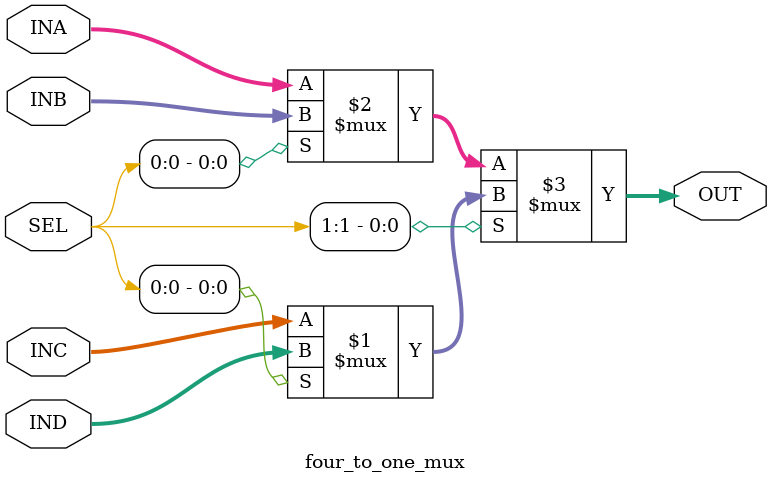
<source format=v>
module four_to_one_mux (INA,INB,INC,IND,SEL,OUT);
input [7:0] INA;
input [7:0] INB;
input [7:0] INC;
input [7:0] IND;
input [1:0] SEL;

output [7:0] OUT;

//always @ (*)
//begin
	//if (SEL==2'b00)
	


	assign OUT = SEL[1] ? (SEL[0] ? IND : INC) : (SEL[0] ? INB : INA);

endmodule
</source>
